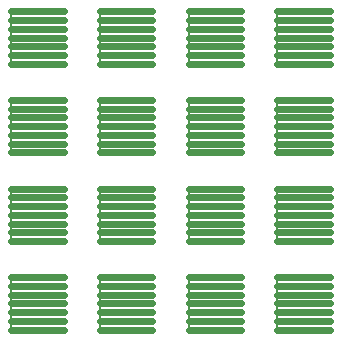
<source format=gbr>
%TF.GenerationSoftware,KiCad,Pcbnew,8.0.8*%
%TF.CreationDate,2025-07-28T08:21:31+12:00*%
%TF.ProjectId,esf8grid,65736638-6772-4696-942e-6b696361645f,rev?*%
%TF.SameCoordinates,Original*%
%TF.FileFunction,Copper,L1,Top*%
%TF.FilePolarity,Positive*%
%FSLAX46Y46*%
G04 Gerber Fmt 4.6, Leading zero omitted, Abs format (unit mm)*
G04 Created by KiCad (PCBNEW 8.0.8) date 2025-07-28 08:21:31*
%MOMM*%
%LPD*%
G01*
G04 APERTURE LIST*
%TA.AperFunction,Conductor*%
%ADD10C,0.200000*%
%TD*%
%TA.AperFunction,Conductor*%
%ADD11C,0.555555*%
%TD*%
G04 APERTURE END LIST*
D10*
%TO.N,*%
X110623155Y-62875926D02*
X110623155Y-67320371D01*
D11*
X125623155Y-73338889D02*
X130067600Y-73338889D01*
X110623155Y-64357408D02*
X115067600Y-64357408D01*
X110623155Y-56857408D02*
X115067600Y-56857408D01*
X133123155Y-57598149D02*
X137567600Y-57598149D01*
X133123155Y-73338889D02*
X137567600Y-73338889D01*
X133123155Y-65838889D02*
X137567600Y-65838889D01*
D10*
X110623155Y-70375926D02*
X110623155Y-74820371D01*
D11*
X118123155Y-73338889D02*
X122567600Y-73338889D01*
X118123155Y-65838889D02*
X122567600Y-65838889D01*
X125623155Y-66579630D02*
X130067600Y-66579630D01*
X133123155Y-74820371D02*
X137567600Y-74820371D01*
X125623155Y-55375926D02*
X130067600Y-55375926D01*
X118123155Y-51579630D02*
X122567600Y-51579630D01*
X133123155Y-73338889D02*
X137567600Y-73338889D01*
X125623155Y-64357408D02*
X130067600Y-64357408D01*
X110623155Y-57598149D02*
X115067600Y-57598149D01*
X110623155Y-71857408D02*
X115067600Y-71857408D01*
D10*
X118123155Y-70375926D02*
X118123155Y-74820371D01*
X118123155Y-47875926D02*
X118123155Y-52320371D01*
D11*
X125623155Y-71116667D02*
X130067600Y-71116667D01*
D10*
X118123155Y-55375926D02*
X118123155Y-59820371D01*
X110623155Y-47875926D02*
X110623155Y-52320371D01*
D11*
X118123155Y-63616667D02*
X122567600Y-63616667D01*
X110623155Y-63616667D02*
X115067600Y-63616667D01*
X118123155Y-71116667D02*
X122567600Y-71116667D01*
X110623155Y-50098149D02*
X115067600Y-50098149D01*
X133123155Y-59820371D02*
X137567600Y-59820371D01*
X110623155Y-64357408D02*
X115067600Y-64357408D01*
X133123155Y-58338889D02*
X137567600Y-58338889D01*
X118123155Y-50098149D02*
X122567600Y-50098149D01*
X110623155Y-66579630D02*
X115067600Y-66579630D01*
X125623155Y-47875926D02*
X130067600Y-47875926D01*
D10*
X118123155Y-55375926D02*
X118123155Y-59820371D01*
D11*
X110623155Y-59820371D02*
X115067600Y-59820371D01*
X125623155Y-65098149D02*
X130067600Y-65098149D01*
X118123155Y-59079630D02*
X122567600Y-59079630D01*
X125623155Y-56116667D02*
X130067600Y-56116667D01*
D10*
X110623155Y-55375926D02*
X110623155Y-59820371D01*
D11*
X133123155Y-56116667D02*
X137567600Y-56116667D01*
X125623155Y-64357408D02*
X130067600Y-64357408D01*
X118123155Y-71116667D02*
X122567600Y-71116667D01*
X133123155Y-48616667D02*
X137567600Y-48616667D01*
D10*
X118123155Y-47875926D02*
X118123155Y-52320371D01*
D11*
X110623155Y-59820371D02*
X115067600Y-59820371D01*
X125623155Y-59079630D02*
X130067600Y-59079630D01*
X125623155Y-56857408D02*
X130067600Y-56857408D01*
X125623155Y-67320371D02*
X130067600Y-67320371D01*
X110623155Y-65098149D02*
X115067600Y-65098149D01*
X118123155Y-65838889D02*
X122567600Y-65838889D01*
X133123155Y-70375926D02*
X137567600Y-70375926D01*
X118123155Y-59820371D02*
X122567600Y-59820371D01*
X133123155Y-71116667D02*
X137567600Y-71116667D01*
X118123155Y-50838889D02*
X122567600Y-50838889D01*
X118123155Y-47875926D02*
X122567600Y-47875926D01*
X110623155Y-59079630D02*
X115067600Y-59079630D01*
X125623155Y-62875926D02*
X130067600Y-62875926D01*
X125623155Y-66579630D02*
X130067600Y-66579630D01*
X133123155Y-71116667D02*
X137567600Y-71116667D01*
D10*
X133123155Y-47875926D02*
X133123155Y-52320371D01*
D11*
X110623155Y-71116667D02*
X115067600Y-71116667D01*
X110623155Y-47875926D02*
X115067600Y-47875926D01*
X133123155Y-50838889D02*
X137567600Y-50838889D01*
D10*
X125623155Y-47875926D02*
X125623155Y-52320371D01*
D11*
X125623155Y-62875926D02*
X130067600Y-62875926D01*
X133123155Y-72598149D02*
X137567600Y-72598149D01*
X133123155Y-67320371D02*
X137567600Y-67320371D01*
X125623155Y-72598149D02*
X130067600Y-72598149D01*
X133123155Y-47875926D02*
X137567600Y-47875926D01*
X133123155Y-71116667D02*
X137567600Y-71116667D01*
X118123155Y-57598149D02*
X122567600Y-57598149D01*
X110623155Y-63616667D02*
X115067600Y-63616667D01*
X110623155Y-66579630D02*
X115067600Y-66579630D01*
X133123155Y-52320371D02*
X137567600Y-52320371D01*
X118123155Y-50098149D02*
X122567600Y-50098149D01*
X125623155Y-64357408D02*
X130067600Y-64357408D01*
X118123155Y-58338889D02*
X122567600Y-58338889D01*
X133123155Y-72598149D02*
X137567600Y-72598149D01*
X125623155Y-70375926D02*
X130067600Y-70375926D01*
X133123155Y-63616667D02*
X137567600Y-63616667D01*
X125623155Y-74079630D02*
X130067600Y-74079630D01*
X118123155Y-74079630D02*
X122567600Y-74079630D01*
X118123155Y-73338889D02*
X122567600Y-73338889D01*
D10*
X133123155Y-70375926D02*
X133123155Y-74820371D01*
D11*
X110623155Y-55375926D02*
X115067600Y-55375926D01*
X125623155Y-65098149D02*
X130067600Y-65098149D01*
X125623155Y-67320371D02*
X130067600Y-67320371D01*
X110623155Y-65838889D02*
X115067600Y-65838889D01*
X118123155Y-74079630D02*
X122567600Y-74079630D01*
X118123155Y-65098149D02*
X122567600Y-65098149D01*
X125623155Y-48616667D02*
X130067600Y-48616667D01*
X118123155Y-74820371D02*
X122567600Y-74820371D01*
X125623155Y-52320371D02*
X130067600Y-52320371D01*
X110623155Y-71116667D02*
X115067600Y-71116667D01*
X133123155Y-62875926D02*
X137567600Y-62875926D01*
D10*
X125623155Y-55375926D02*
X125623155Y-59820371D01*
D11*
X133123155Y-67320371D02*
X137567600Y-67320371D01*
X125623155Y-52320371D02*
X130067600Y-52320371D01*
X125623155Y-74820371D02*
X130067600Y-74820371D01*
X118123155Y-51579630D02*
X122567600Y-51579630D01*
X133123155Y-49357408D02*
X137567600Y-49357408D01*
X118123155Y-67320371D02*
X122567600Y-67320371D01*
X118123155Y-66579630D02*
X122567600Y-66579630D01*
X110623155Y-47875926D02*
X115067600Y-47875926D01*
X125623155Y-63616667D02*
X130067600Y-63616667D01*
X110623155Y-74079630D02*
X115067600Y-74079630D01*
X133123155Y-70375926D02*
X137567600Y-70375926D01*
X133123155Y-57598149D02*
X137567600Y-57598149D01*
X133123155Y-64357408D02*
X137567600Y-64357408D01*
D10*
X125623155Y-70375926D02*
X125623155Y-74820371D01*
D11*
X133123155Y-59820371D02*
X137567600Y-59820371D01*
X125623155Y-62875926D02*
X130067600Y-62875926D01*
X118123155Y-48616667D02*
X122567600Y-48616667D01*
X118123155Y-55375926D02*
X122567600Y-55375926D01*
X110623155Y-47875926D02*
X115067600Y-47875926D01*
X125623155Y-48616667D02*
X130067600Y-48616667D01*
X125623155Y-71857408D02*
X130067600Y-71857408D01*
X110623155Y-56116667D02*
X115067600Y-56116667D01*
X125623155Y-56857408D02*
X130067600Y-56857408D01*
X125623155Y-65838889D02*
X130067600Y-65838889D01*
X110623155Y-71116667D02*
X115067600Y-71116667D01*
X118123155Y-48616667D02*
X122567600Y-48616667D01*
D10*
X110623155Y-70375926D02*
X110623155Y-74820371D01*
D11*
X133123155Y-59820371D02*
X137567600Y-59820371D01*
X118123155Y-62875926D02*
X122567600Y-62875926D01*
X133123155Y-74079630D02*
X137567600Y-74079630D01*
X133123155Y-65098149D02*
X137567600Y-65098149D01*
X125623155Y-52320371D02*
X130067600Y-52320371D01*
X110623155Y-55375926D02*
X115067600Y-55375926D01*
X118123155Y-55375926D02*
X122567600Y-55375926D01*
X133123155Y-58338889D02*
X137567600Y-58338889D01*
X110623155Y-50098149D02*
X115067600Y-50098149D01*
X125623155Y-57598149D02*
X130067600Y-57598149D01*
X125623155Y-63616667D02*
X130067600Y-63616667D01*
X125623155Y-58338889D02*
X130067600Y-58338889D01*
X125623155Y-71116667D02*
X130067600Y-71116667D01*
X133123155Y-56857408D02*
X137567600Y-56857408D01*
X133123155Y-52320371D02*
X137567600Y-52320371D01*
X110623155Y-55375926D02*
X115067600Y-55375926D01*
X133123155Y-50098149D02*
X137567600Y-50098149D01*
X133123155Y-47875926D02*
X137567600Y-47875926D01*
X110623155Y-48616667D02*
X115067600Y-48616667D01*
X125623155Y-55375926D02*
X130067600Y-55375926D01*
X125623155Y-71116667D02*
X130067600Y-71116667D01*
X125623155Y-59820371D02*
X130067600Y-59820371D01*
X125623155Y-59820371D02*
X130067600Y-59820371D01*
D10*
X133123155Y-62875926D02*
X133123155Y-67320371D01*
D11*
X110623155Y-73338889D02*
X115067600Y-73338889D01*
X133123155Y-47875926D02*
X137567600Y-47875926D01*
D10*
X118123155Y-70375926D02*
X118123155Y-74820371D01*
D11*
X110623155Y-74820371D02*
X115067600Y-74820371D01*
D10*
X133123155Y-47875926D02*
X133123155Y-52320371D01*
D11*
X118123155Y-72598149D02*
X122567600Y-72598149D01*
X118123155Y-48616667D02*
X122567600Y-48616667D01*
X133123155Y-50098149D02*
X137567600Y-50098149D01*
X110623155Y-67320371D02*
X115067600Y-67320371D01*
X125623155Y-50838889D02*
X130067600Y-50838889D01*
X110623155Y-49357408D02*
X115067600Y-49357408D01*
X133123155Y-74079630D02*
X137567600Y-74079630D01*
D10*
X133123155Y-55375926D02*
X133123155Y-59820371D01*
D11*
X133123155Y-56116667D02*
X137567600Y-56116667D01*
X125623155Y-73338889D02*
X130067600Y-73338889D01*
X118123155Y-66579630D02*
X122567600Y-66579630D01*
X118123155Y-58338889D02*
X122567600Y-58338889D01*
X125623155Y-58338889D02*
X130067600Y-58338889D01*
D10*
X118123155Y-47875926D02*
X118123155Y-52320371D01*
D11*
X110623155Y-62875926D02*
X115067600Y-62875926D01*
D10*
X118123155Y-62875926D02*
X118123155Y-67320371D01*
D11*
X133123155Y-62875926D02*
X137567600Y-62875926D01*
X133123155Y-62875926D02*
X137567600Y-62875926D01*
X110623155Y-51579630D02*
X115067600Y-51579630D01*
X133123155Y-66579630D02*
X137567600Y-66579630D01*
X133123155Y-64357408D02*
X137567600Y-64357408D01*
X118123155Y-74820371D02*
X122567600Y-74820371D01*
X133123155Y-51579630D02*
X137567600Y-51579630D01*
X110623155Y-50838889D02*
X115067600Y-50838889D01*
X118123155Y-56116667D02*
X122567600Y-56116667D01*
D10*
X125623155Y-62875926D02*
X125623155Y-67320371D01*
D11*
X110623155Y-62875926D02*
X115067600Y-62875926D01*
X133123155Y-56857408D02*
X137567600Y-56857408D01*
X118123155Y-62875926D02*
X122567600Y-62875926D01*
X118123155Y-56857408D02*
X122567600Y-56857408D01*
X133123155Y-72598149D02*
X137567600Y-72598149D01*
X118123155Y-67320371D02*
X122567600Y-67320371D01*
X133123155Y-49357408D02*
X137567600Y-49357408D01*
X118123155Y-63616667D02*
X122567600Y-63616667D01*
X110623155Y-56116667D02*
X115067600Y-56116667D01*
X118123155Y-65098149D02*
X122567600Y-65098149D01*
X118123155Y-57598149D02*
X122567600Y-57598149D01*
D10*
X118123155Y-62875926D02*
X118123155Y-67320371D01*
D11*
X133123155Y-55375926D02*
X137567600Y-55375926D01*
X125623155Y-59079630D02*
X130067600Y-59079630D01*
X118123155Y-52320371D02*
X122567600Y-52320371D01*
X110623155Y-51579630D02*
X115067600Y-51579630D01*
X125623155Y-65838889D02*
X130067600Y-65838889D01*
X133123155Y-55375926D02*
X137567600Y-55375926D01*
X118123155Y-49357408D02*
X122567600Y-49357408D01*
X118123155Y-67320371D02*
X122567600Y-67320371D01*
X110623155Y-65838889D02*
X115067600Y-65838889D01*
D10*
X125623155Y-55375926D02*
X125623155Y-59820371D01*
X133123155Y-62875926D02*
X133123155Y-67320371D01*
D11*
X125623155Y-50838889D02*
X130067600Y-50838889D01*
X133123155Y-66579630D02*
X137567600Y-66579630D01*
X118123155Y-70375926D02*
X122567600Y-70375926D01*
D10*
X118123155Y-70375926D02*
X118123155Y-74820371D01*
D11*
X110623155Y-74820371D02*
X115067600Y-74820371D01*
X118123155Y-59820371D02*
X122567600Y-59820371D01*
X110623155Y-56116667D02*
X115067600Y-56116667D01*
X110623155Y-59079630D02*
X115067600Y-59079630D01*
X110623155Y-65838889D02*
X115067600Y-65838889D01*
X133123155Y-65838889D02*
X137567600Y-65838889D01*
X133123155Y-50838889D02*
X137567600Y-50838889D01*
X118123155Y-64357408D02*
X122567600Y-64357408D01*
X125623155Y-74079630D02*
X130067600Y-74079630D01*
X133123155Y-58338889D02*
X137567600Y-58338889D01*
X110623155Y-72598149D02*
X115067600Y-72598149D01*
X110623155Y-72598149D02*
X115067600Y-72598149D01*
X125623155Y-49357408D02*
X130067600Y-49357408D01*
D10*
X110623155Y-47875926D02*
X110623155Y-52320371D01*
D11*
X118123155Y-71857408D02*
X122567600Y-71857408D01*
X133123155Y-66579630D02*
X137567600Y-66579630D01*
X133123155Y-71857408D02*
X137567600Y-71857408D01*
X110623155Y-67320371D02*
X115067600Y-67320371D01*
X125623155Y-48616667D02*
X130067600Y-48616667D01*
X125623155Y-50838889D02*
X130067600Y-50838889D01*
X110623155Y-63616667D02*
X115067600Y-63616667D01*
X110623155Y-70375926D02*
X115067600Y-70375926D01*
X110623155Y-58338889D02*
X115067600Y-58338889D01*
X133123155Y-57598149D02*
X137567600Y-57598149D01*
X118123155Y-71857408D02*
X122567600Y-71857408D01*
X110623155Y-70375926D02*
X115067600Y-70375926D01*
X110623155Y-65098149D02*
X115067600Y-65098149D01*
X110623155Y-64357408D02*
X115067600Y-64357408D01*
X125623155Y-74079630D02*
X130067600Y-74079630D01*
X125623155Y-55375926D02*
X130067600Y-55375926D01*
X118123155Y-47875926D02*
X122567600Y-47875926D01*
X118123155Y-57598149D02*
X122567600Y-57598149D01*
X110623155Y-73338889D02*
X115067600Y-73338889D01*
X110623155Y-50838889D02*
X115067600Y-50838889D01*
X125623155Y-70375926D02*
X130067600Y-70375926D01*
D10*
X110623155Y-55375926D02*
X110623155Y-59820371D01*
D11*
X125623155Y-67320371D02*
X130067600Y-67320371D01*
X118123155Y-64357408D02*
X122567600Y-64357408D01*
X125623155Y-63616667D02*
X130067600Y-63616667D01*
X133123155Y-74079630D02*
X137567600Y-74079630D01*
X118123155Y-50098149D02*
X122567600Y-50098149D01*
X125623155Y-71857408D02*
X130067600Y-71857408D01*
X133123155Y-74820371D02*
X137567600Y-74820371D01*
X118123155Y-49357408D02*
X122567600Y-49357408D01*
X110623155Y-74079630D02*
X115067600Y-74079630D01*
X133123155Y-51579630D02*
X137567600Y-51579630D01*
D10*
X133123155Y-55375926D02*
X133123155Y-59820371D01*
X118123155Y-62875926D02*
X118123155Y-67320371D01*
D11*
X110623155Y-50098149D02*
X115067600Y-50098149D01*
X133123155Y-52320371D02*
X137567600Y-52320371D01*
X118123155Y-70375926D02*
X122567600Y-70375926D01*
X125623155Y-59079630D02*
X130067600Y-59079630D01*
X110623155Y-70375926D02*
X115067600Y-70375926D01*
X118123155Y-74820371D02*
X122567600Y-74820371D01*
X110623155Y-52320371D02*
X115067600Y-52320371D01*
X125623155Y-57598149D02*
X130067600Y-57598149D01*
D10*
X110623155Y-62875926D02*
X110623155Y-67320371D01*
D11*
X133123155Y-74820371D02*
X137567600Y-74820371D01*
D10*
X110623155Y-55375926D02*
X110623155Y-59820371D01*
D11*
X110623155Y-52320371D02*
X115067600Y-52320371D01*
X110623155Y-67320371D02*
X115067600Y-67320371D01*
X125623155Y-72598149D02*
X130067600Y-72598149D01*
X133123155Y-48616667D02*
X137567600Y-48616667D01*
X133123155Y-49357408D02*
X137567600Y-49357408D01*
X118123155Y-66579630D02*
X122567600Y-66579630D01*
X125623155Y-59820371D02*
X130067600Y-59820371D01*
X110623155Y-71857408D02*
X115067600Y-71857408D01*
X110623155Y-48616667D02*
X115067600Y-48616667D01*
X125623155Y-70375926D02*
X130067600Y-70375926D01*
X125623155Y-72598149D02*
X130067600Y-72598149D01*
X125623155Y-74820371D02*
X130067600Y-74820371D01*
X125623155Y-49357408D02*
X130067600Y-49357408D01*
X133123155Y-50838889D02*
X137567600Y-50838889D01*
X125623155Y-56116667D02*
X130067600Y-56116667D01*
X125623155Y-47875926D02*
X130067600Y-47875926D01*
X110623155Y-65098149D02*
X115067600Y-65098149D01*
X133123155Y-65098149D02*
X137567600Y-65098149D01*
X118123155Y-56857408D02*
X122567600Y-56857408D01*
X125623155Y-56116667D02*
X130067600Y-56116667D01*
X133123155Y-63616667D02*
X137567600Y-63616667D01*
X125623155Y-50098149D02*
X130067600Y-50098149D01*
X110623155Y-49357408D02*
X115067600Y-49357408D01*
X133123155Y-50098149D02*
X137567600Y-50098149D01*
X125623155Y-51579630D02*
X130067600Y-51579630D01*
X125623155Y-73338889D02*
X130067600Y-73338889D01*
X118123155Y-62875926D02*
X122567600Y-62875926D01*
D10*
X125623155Y-62875926D02*
X125623155Y-67320371D01*
X133123155Y-47875926D02*
X133123155Y-52320371D01*
X110623155Y-62875926D02*
X110623155Y-67320371D01*
D11*
X133123155Y-56857408D02*
X137567600Y-56857408D01*
D10*
X125623155Y-55375926D02*
X125623155Y-59820371D01*
D11*
X118123155Y-49357408D02*
X122567600Y-49357408D01*
D10*
X125623155Y-70375926D02*
X125623155Y-74820371D01*
D11*
X125623155Y-47875926D02*
X130067600Y-47875926D01*
X133123155Y-64357408D02*
X137567600Y-64357408D01*
X125623155Y-66579630D02*
X130067600Y-66579630D01*
X133123155Y-67320371D02*
X137567600Y-67320371D01*
X133123155Y-48616667D02*
X137567600Y-48616667D01*
X125623155Y-49357408D02*
X130067600Y-49357408D01*
X118123155Y-50838889D02*
X122567600Y-50838889D01*
X118123155Y-52320371D02*
X122567600Y-52320371D01*
D10*
X118123155Y-55375926D02*
X118123155Y-59820371D01*
D11*
X133123155Y-56116667D02*
X137567600Y-56116667D01*
X118123155Y-74079630D02*
X122567600Y-74079630D01*
X125623155Y-71857408D02*
X130067600Y-71857408D01*
X133123155Y-65838889D02*
X137567600Y-65838889D01*
X125623155Y-51579630D02*
X130067600Y-51579630D01*
X133123155Y-65098149D02*
X137567600Y-65098149D01*
X118123155Y-71857408D02*
X122567600Y-71857408D01*
X133123155Y-73338889D02*
X137567600Y-73338889D01*
X133123155Y-59079630D02*
X137567600Y-59079630D01*
X110623155Y-59079630D02*
X115067600Y-59079630D01*
X110623155Y-52320371D02*
X115067600Y-52320371D01*
X118123155Y-59079630D02*
X122567600Y-59079630D01*
X110623155Y-71857408D02*
X115067600Y-71857408D01*
X133123155Y-59079630D02*
X137567600Y-59079630D01*
X110623155Y-50838889D02*
X115067600Y-50838889D01*
X118123155Y-59820371D02*
X122567600Y-59820371D01*
X110623155Y-49357408D02*
X115067600Y-49357408D01*
X110623155Y-74079630D02*
X115067600Y-74079630D01*
X125623155Y-65098149D02*
X130067600Y-65098149D01*
X118123155Y-73338889D02*
X122567600Y-73338889D01*
X133123155Y-71857408D02*
X137567600Y-71857408D01*
X125623155Y-74820371D02*
X130067600Y-74820371D01*
D10*
X133123155Y-55375926D02*
X133123155Y-59820371D01*
D11*
X118123155Y-59079630D02*
X122567600Y-59079630D01*
D10*
X110623155Y-70375926D02*
X110623155Y-74820371D01*
X125623155Y-62875926D02*
X125623155Y-67320371D01*
D11*
X125623155Y-56857408D02*
X130067600Y-56857408D01*
X125623155Y-58338889D02*
X130067600Y-58338889D01*
D10*
X125623155Y-47875926D02*
X125623155Y-52320371D01*
D11*
X125623155Y-50098149D02*
X130067600Y-50098149D01*
X118123155Y-65098149D02*
X122567600Y-65098149D01*
X118123155Y-52320371D02*
X122567600Y-52320371D01*
X118123155Y-47875926D02*
X122567600Y-47875926D01*
X110623155Y-72598149D02*
X115067600Y-72598149D01*
X110623155Y-48616667D02*
X115067600Y-48616667D01*
X110623155Y-56857408D02*
X115067600Y-56857408D01*
X133123155Y-63616667D02*
X137567600Y-63616667D01*
X118123155Y-72598149D02*
X122567600Y-72598149D01*
X110623155Y-57598149D02*
X115067600Y-57598149D01*
X110623155Y-57598149D02*
X115067600Y-57598149D01*
D10*
X133123155Y-62875926D02*
X133123155Y-67320371D01*
D11*
X133123155Y-71857408D02*
X137567600Y-71857408D01*
D10*
X110623155Y-47875926D02*
X110623155Y-52320371D01*
X133123155Y-70375926D02*
X133123155Y-74820371D01*
D11*
X118123155Y-58338889D02*
X122567600Y-58338889D01*
X133123155Y-55375926D02*
X137567600Y-55375926D01*
X118123155Y-56116667D02*
X122567600Y-56116667D01*
D10*
X125623155Y-47875926D02*
X125623155Y-52320371D01*
D11*
X125623155Y-51579630D02*
X130067600Y-51579630D01*
X133123155Y-51579630D02*
X137567600Y-51579630D01*
X110623155Y-58338889D02*
X115067600Y-58338889D01*
X118123155Y-70375926D02*
X122567600Y-70375926D01*
X118123155Y-55375926D02*
X122567600Y-55375926D01*
X133123155Y-59079630D02*
X137567600Y-59079630D01*
X133123155Y-70375926D02*
X137567600Y-70375926D01*
X125623155Y-50098149D02*
X130067600Y-50098149D01*
X110623155Y-58338889D02*
X115067600Y-58338889D01*
X110623155Y-51579630D02*
X115067600Y-51579630D01*
X118123155Y-56116667D02*
X122567600Y-56116667D01*
D10*
X125623155Y-70375926D02*
X125623155Y-74820371D01*
D11*
X118123155Y-64357408D02*
X122567600Y-64357408D01*
X118123155Y-63616667D02*
X122567600Y-63616667D01*
X110623155Y-56857408D02*
X115067600Y-56857408D01*
X118123155Y-51579630D02*
X122567600Y-51579630D01*
X118123155Y-71116667D02*
X122567600Y-71116667D01*
X110623155Y-62875926D02*
X115067600Y-62875926D01*
X118123155Y-72598149D02*
X122567600Y-72598149D01*
X125623155Y-57598149D02*
X130067600Y-57598149D01*
X110623155Y-73338889D02*
X115067600Y-73338889D01*
X110623155Y-74820371D02*
X115067600Y-74820371D01*
X118123155Y-56857408D02*
X122567600Y-56857408D01*
X110623155Y-66579630D02*
X115067600Y-66579630D01*
X110623155Y-59820371D02*
X115067600Y-59820371D01*
X118123155Y-65838889D02*
X122567600Y-65838889D01*
X118123155Y-50838889D02*
X122567600Y-50838889D01*
X125623155Y-65838889D02*
X130067600Y-65838889D01*
D10*
X133123155Y-70375926D02*
X133123155Y-74820371D01*
%TD*%
M02*

</source>
